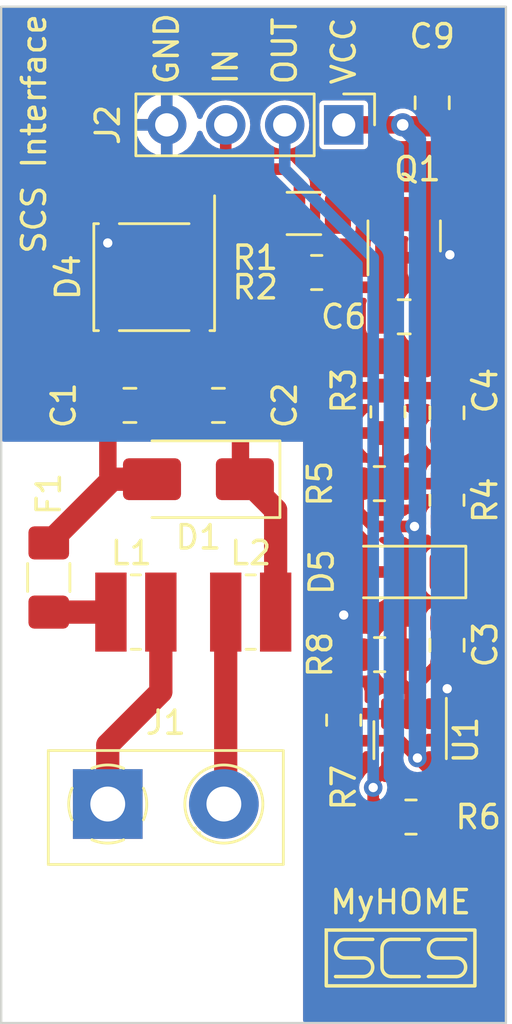
<source format=kicad_pcb>
(kicad_pcb (version 20221018) (generator pcbnew)
  (layers (0 "F.Cu" signal) (31 "B.Cu" signal) (34 "B.Paste" user) (35 "F.Paste" user) (36 "B.SilkS" user "B.Silkscreen") (37 "F.SilkS" user "F.Silkscreen") (38 "B.Mask" user) (39 "F.Mask" user) (44 "Edge.Cuts" user))
  (net 0 "")
  (net 1 "Net-(D1-A2)")
  (net 2 "GND")
  (net 3 "Net-(D1-A1)")
  (net 4 "SCS_BUS_CC")
  (net 5 "Net-(D5-K)")
  (net 6 "SCS_OUT")
  (net 7 "Net-(Q1-B)")
  (net 8 "+3V3")
  (net 9 "Net-(F1-Pad1)")
  (net 10 "Net-(J1-Pin_1)")
  (net 11 "Net-(J1-Pin_2)")
  (net 12 "SCS_IN")
  (net 13 "Net-(Q1-C)")
  (net 14 "Net-(C4-Pad2)")
  (net 15 "Net-(U1-+)")
  (footprint "Resistor_SMD:R_0805_2012Metric" (layer "F.Cu") (at 160.655 51.7125 -90)
    (fp_text reference "R3" (at -0.9125 1.905 -90) (layer "F.SilkS"))
    (fp_text value "56k")
    (fp_line (start -0.227064 -0.735) (end 0.227064 -0.735) (stroke (width 0.12)) (layer "F.SilkS"))
    (fp_line (start -0.227064 0.735) (end 0.227064 0.735) (stroke (width 0.12)) (layer "F.SilkS"))
    (pad "1" smd roundrect (at -0.9125 0 270) (size 1.025 1.4) (layers "F.Cu" "F.Paste" "F.Mask") (roundrect_rratio 0.243902439) (net 4 "SCS_BUS_CC"))
    (pad "2" smd roundrect (at 0.9125 0 270) (size 1.025 1.4) (layers "F.Cu" "F.Paste" "F.Mask") (roundrect_rratio 0.243902439) (net 2 "GND"))
  )
  (footprint "Capacitor_SMD:C_0805_2012Metric" (layer "F.Cu") (at 153.355 51.435)
    (fp_text reference "C2" (at 2.855 0 90) (layer "F.SilkS"))
    (fp_text value "30p")
    (fp_line (start -0.261252 -0.735) (end 0.261252 -0.735) (stroke (width 0.12)) (layer "F.SilkS"))
    (fp_line (start -0.261252 0.735) (end 0.261252 0.735) (stroke (width 0.12)) (layer "F.SilkS"))
    (pad "1" smd roundrect (at -0.95 0) (size 1 1.45) (layers "F.Cu" "F.Paste" "F.Mask") (net 2 "GND"))
    (pad "2" smd roundrect (at 0.95 0) (size 1 1.45) (layers "F.Cu" "F.Paste" "F.Mask") (net 3 "Net-(D1-A1)"))
  )
  (footprint "Inductor_SMD:L_Wuerth_MAPI-3020" (layer "F.Cu") (at 154.745 60.325)
    (fp_text reference "L2" (at 0 -2.54) (layer "F.SilkS"))
    (fp_text value "4.3µ")
    (fp_line (start -0.2 -1.6) (end 0.2 -1.6) (stroke (width 0.12)) (layer "F.SilkS"))
    (fp_line (start -0.2 1.6) (end 0.2 1.6) (stroke (width 0.12)) (layer "F.SilkS"))
    (pad "1" smd rect (at -1.075 0) (size 1.35 3.4) (layers "F.Cu" "F.Paste" "F.Mask") (net 11 "Net-(J1-Pin_2)"))
    (pad "2" smd rect (at 1.075 0) (size 1.35 3.4) (layers "F.Cu" "F.Paste" "F.Mask") (net 3 "Net-(D1-A1)"))
  )
  (footprint "Resistor_SMD:R_0805_2012Metric" (layer "F.Cu") (at 160.2975 62.155 180)
    (fp_text reference "R8" (at 2.5635 0 90) (layer "F.SilkS"))
    (fp_text value "10k")
    (fp_line (start -0.227064 -0.735) (end 0.227064 -0.735) (stroke (width 0.12)) (layer "F.SilkS"))
    (fp_line (start -0.227064 0.735) (end 0.227064 0.735) (stroke (width 0.12)) (layer "F.SilkS"))
    (pad "1" smd roundrect (at -0.9125 0 180) (size 1.025 1.4) (layers "F.Cu" "F.Paste" "F.Mask") (roundrect_rratio 0.243902) (net 2 "GND"))
    (pad "2" smd roundrect (at 0.9125 0 180) (size 1.025 1.4) (layers "F.Cu" "F.Paste" "F.Mask") (roundrect_rratio 0.243902) (net 15 "Net-(U1-+)"))
  )
  (footprint "Package_TO_SOT_SMD:SOT-23" (layer "F.Cu") (at 161.355 44.1475 90)
    (fp_text reference "Q1" (at 2.8725 0.57) (layer "F.SilkS"))
    (fp_text value "MMBTA06")
    (fp_line (start 0 -1.56) (end -1.675 -1.56) (stroke (width 0.12)) (layer "F.SilkS"))
    (fp_line (start 0 -1.56) (end 0.65 -1.56) (stroke (width 0.12)) (layer "F.SilkS"))
    (fp_line (start 0 1.56) (end -0.65 1.56) (stroke (width 0.12)) (layer "F.SilkS"))
    (fp_line (start 0 1.56) (end 0.65 1.56) (stroke (width 0.12)) (layer "F.SilkS"))
    (pad "1" smd roundrect (at -0.9375 -0.95 90) (size 1.475 0.6) (layers "F.Cu" "F.Paste" "F.Mask") (net 7 "Net-(Q1-B)"))
    (pad "2" smd roundrect (at -0.9375 0.95 90) (size 1.475 0.6) (layers "F.Cu" "F.Paste" "F.Mask") (net 2 "GND"))
    (pad "3" smd roundrect (at 0.9375 0 90) (size 1.475 0.6) (layers "F.Cu" "F.Paste" "F.Mask") (net 13 "Net-(Q1-C)"))
  )
  (footprint "Resistor_SMD:R_0805_2012Metric" (layer "F.Cu") (at 161.6475 69.14)
    (fp_text reference "R6" (at 2.8975 0) (layer "F.SilkS"))
    (fp_text value "10k")
    (fp_line (start -0.227064 -0.735) (end 0.227064 -0.735) (stroke (width 0.12)) (layer "F.SilkS"))
    (fp_line (start -0.227064 0.735) (end 0.227064 0.735) (stroke (width 0.12)) (layer "F.SilkS"))
    (pad "1" smd roundrect (at -0.9125 0) (size 1.025 1.4) (layers "F.Cu" "F.Paste" "F.Mask") (roundrect_rratio 0.243902439) (net 6 "SCS_OUT"))
    (pad "2" smd roundrect (at 0.9125 0) (size 1.025 1.4) (layers "F.Cu" "F.Paste" "F.Mask") (roundrect_rratio 0.243902439) (net 8 "+3V3"))
  )
  (footprint "TerminalBlock_Phoenix:TerminalBlock_Phoenix_MKDS-1,5-2_1x02_P5.00mm_Horizontal_PNP" (layer "F.Cu") (at 148.59 68.58)
    (fp_text reference "J1" (at 2.5 -3.5) (layer "F.SilkS"))
    (fp_text value "SCS")
    (fp_line (start -2.56 -2.301) (end -2.56 2.6) (stroke (width 0.12)) (layer "F.SilkS"))
    (fp_line (start -2.56 -2.301) (end 7.56 -2.301) (stroke (width 0.12)) (layer "F.SilkS"))
    (fp_line (start -2.56 2.6) (end 7.56 2.6) (stroke (width 0.12)) (layer "F.SilkS"))
    (fp_line (start 3.773 1.023) (end 3.726 1.069) (stroke (width 0.12)) (layer "F.SilkS"))
    (fp_line (start 3.966 1.239) (end 3.931 1.274) (stroke (width 0.12)) (layer "F.SilkS"))
    (fp_line (start 6.07 -1.275) (end 6.035 -1.239) (stroke (width 0.12)) (layer "F.SilkS"))
    (fp_line (start 6.275 -1.069) (end 6.228 -1.023) (stroke (width 0.12)) (layer "F.SilkS"))
    (fp_line (start 7.56 -2.301) (end 7.56 2.6) (stroke (width 0.12)) (layer "F.SilkS"))
    (fp_arc (start -1.535427 0.683042) (mid -1.680501 -0.000524) (end -1.535 -0.684) (stroke (width 0.12)) (layer "F.SilkS"))
    (fp_arc (start -0.683042 -1.535427) (mid 0.000524 -1.680501) (end 0.684 -1.535) (stroke (width 0.12)) (layer "F.SilkS"))
    (fp_arc (start 0.028805 1.680253) (mid -0.335551 1.646659) (end -0.684 1.535) (stroke (width 0.12)) (layer "F.SilkS"))
    (fp_arc (start 0.683318 1.534756) (mid 0.349292 1.643288) (end 0 1.68) (stroke (width 0.12)) (layer "F.SilkS"))
    (fp_arc (start 1.535427 -0.683042) (mid 1.680501 0.000524) (end 1.535 0.684) (stroke (width 0.12)) (layer "F.SilkS"))
    (fp_circle (center 5 0) (end 6.68 0) (stroke (width 0.12)) (fill none) (layer "F.SilkS"))
    (pad "1" thru_hole rect (at 0 0) (size 3 3) (drill 1.5) (layers "*.Cu" "*.Mask") (net 10 "Net-(J1-Pin_1)"))
    (pad "2" thru_hole circle (at 5 0) (size 3 3) (drill 1.5) (layers "*.Cu" "*.Mask") (net 11 "Net-(J1-Pin_2)"))
  )
  (footprint "Capacitor_SMD:C_0805_2012Metric" (layer "F.Cu") (at 163.195 51.755 -90)
    (fp_text reference "C4" (at -0.955 -1.651 90) (layer "F.SilkS"))
    (fp_text value "100n")
    (fp_line (start -0.261252 -0.735) (end 0.261252 -0.735) (stroke (width 0.12)) (layer "F.SilkS"))
    (fp_line (start -0.261252 0.735) (end 0.261252 0.735) (stroke (width 0.12)) (layer "F.SilkS"))
    (pad "1" smd roundrect (at -0.95 0 270) (size 1 1.45) (layers "F.Cu" "F.Paste" "F.Mask") (net 4 "SCS_BUS_CC"))
    (pad "2" smd roundrect (at 0.95 0 270) (size 1 1.45) (layers "F.Cu" "F.Paste" "F.Mask") (net 14 "Net-(C4-Pad2)"))
  )
  (footprint "Capacitor_SMD:C_0805_2012Metric" (layer "F.Cu") (at 149.545 51.435)
    (fp_text reference "C1" (at -2.855 0 90) (layer "F.SilkS"))
    (fp_text value "30p")
    (fp_line (start -0.261252 -0.735) (end 0.261252 -0.735) (stroke (width 0.12)) (layer "F.SilkS"))
    (fp_line (start -0.261252 0.735) (end 0.261252 0.735) (stroke (width 0.12)) (layer "F.SilkS"))
    (pad "1" smd roundrect (at -0.95 0) (size 1 1.45) (layers "F.Cu" "F.Paste" "F.Mask") (net 1 "Net-(D1-A2)"))
    (pad "2" smd roundrect (at 0.95 0) (size 1 1.45) (layers "F.Cu" "F.Paste" "F.Mask") (net 2 "GND"))
  )
  (footprint "Capacitor_SMD:C_0805_2012Metric" (layer "F.Cu") (at 162.56 38.42 -90)
    (fp_text reference "C9" (at -2.86 0 -180) (layer "F.SilkS"))
    (fp_text value "22µ")
    (fp_line (start -0.261252 -0.735) (end 0.261252 -0.735) (stroke (width 0.12)) (layer "F.SilkS"))
    (fp_line (start -0.261252 0.735) (end 0.261252 0.735) (stroke (width 0.12)) (layer "F.SilkS"))
    (pad "1" smd roundrect (at -0.95 0 270) (size 1 1.45) (layers "F.Cu" "F.Paste" "F.Mask") (net 2 "GND"))
    (pad "2" smd roundrect (at 0.95 0 270) (size 1 1.45) (layers "F.Cu" "F.Paste" "F.Mask") (net 8 "+3V3"))
  )
  (footprint "Connector_PinHeader_2.54mm:PinHeader_1x04_P2.54mm_Vertical" (layer "F.Cu") (at 158.75 39.37 -90)
    (fp_text reference "J2" (at 0 10.16 90) (layer "F.SilkS"))
    (fp_text value "Conn_01x04")
    (fp_line (start -1.33 -1.33) (end 0 -1.33) (stroke (width 0.12)) (layer "F.SilkS"))
    (fp_line (start -1.33 0) (end -1.33 -1.33) (stroke (width 0.12)) (layer "F.SilkS"))
    (fp_line (start -1.33 1.27) (end -1.33 8.95) (stroke (width 0.12)) (layer "F.SilkS"))
    (fp_line (start -1.33 1.27) (end 1.33 1.27) (stroke (width 0.12)) (layer "F.SilkS"))
    (fp_line (start -1.33 8.95) (end 1.33 8.95) (stroke (width 0.12)) (layer "F.SilkS"))
    (fp_line (start 1.33 1.27) (end 1.33 8.95) (stroke (width 0.12)) (layer "F.SilkS"))
    (pad "1" thru_hole rect (at 0 0 270) (size 1.7 1.7) (drill 1) (layers "*.Cu" "*.Mask") (net 8 "+3V3"))
    (pad "2" thru_hole oval (at 0 2.54 270) (size 1.7 1.7) (drill 1) (layers "*.Cu" "*.Mask") (net 6 "SCS_OUT"))
    (pad "3" thru_hole oval (at 0 5.08 270) (size 1.7 1.7) (drill 1) (layers "*.Cu" "*.Mask") (net 12 "SCS_IN"))
    (pad "4" thru_hole oval (at 0 7.62 270) (size 1.7 1.7) (drill 1) (layers "*.Cu" "*.Mask") (net 2 "GND"))
  )
  (footprint "Resistor_SMD:R_1206_3216Metric" (layer "F.Cu") (at 157.0375 43.18)
    (fp_text reference "R1" (at -2.0975 1.905 180) (layer "F.SilkS"))
    (fp_text value "100 1/4W")
    (fp_line (start -0.727064 -0.91) (end 0.727064 -0.91) (stroke (width 0.12)) (layer "F.SilkS"))
    (fp_line (start -0.727064 0.91) (end 0.727064 0.91) (stroke (width 0.12)) (layer "F.SilkS"))
    (pad "1" smd roundrect (at -1.4625 0) (size 1.125 1.75) (layers "F.Cu" "F.Paste" "F.Mask") (roundrect_rratio 0.2222222222) (net 4 "SCS_BUS_CC"))
    (pad "2" smd roundrect (at 1.4625 0) (size 1.125 1.75) (layers "F.Cu" "F.Paste" "F.Mask") (roundrect_rratio 0.2222222222) (net 13 "Net-(Q1-C)"))
  )
  (footprint "Package_TO_SOT_SMD:SOT-23-5" (layer "F.Cu") (at 161.61 65.8325 -90)
    (fp_text reference "U1" (at 0 -2.4 90) (layer "F.SilkS"))
    (fp_text value "LM397")
    (fp_line (start 0 -1.56) (end -1.8 -1.56) (stroke (width 0.12)) (layer "F.SilkS"))
    (fp_line (start 0 -1.56) (end 0.8 -1.56) (stroke (width 0.12)) (layer "F.SilkS"))
    (fp_line (start 0 1.56) (end -0.8 1.56) (stroke (width 0.12)) (layer "F.SilkS"))
    (fp_line (start 0 1.56) (end 0.8 1.56) (stroke (width 0.12)) (layer "F.SilkS"))
    (pad "1" smd roundrect (at -1.1375 -0.95 270) (size 1.325 0.6) (layers "F.Cu" "F.Paste" "F.Mask") (net 5 "Net-(D5-K)"))
    (pad "2" smd roundrect (at -1.1375 0 270) (size 1.325 0.6) (layers "F.Cu" "F.Paste" "F.Mask") (net 2 "GND"))
    (pad "3" smd roundrect (at -1.1375 0.95 270) (size 1.325 0.6) (layers "F.Cu" "F.Paste" "F.Mask") (net 15 "Net-(U1-+)"))
    (pad "4" smd roundrect (at 1.1375 0.95 270) (size 1.325 0.6) (layers "F.Cu" "F.Paste" "F.Mask") (net 6 "SCS_OUT"))
    (pad "5" smd roundrect (at 1.1375 -0.95 270) (size 1.325 0.6) (layers "F.Cu" "F.Paste" "F.Mask") (net 8 "+3V3"))
  )
  (footprint "Resistor_SMD:R_0805_2012Metric" (layer "F.Cu") (at 157.5875 45.72)
    (fp_text reference "R2" (at -2.6475 0.635) (layer "F.SilkS"))
    (fp_text value "1k")
    (fp_line (start -0.227064 -0.735) (end 0.227064 -0.735) (stroke (width 0.12)) (layer "F.SilkS"))
    (fp_line (start -0.227064 0.735) (end 0.227064 0.735) (stroke (width 0.12)) (layer "F.SilkS"))
    (pad "1" smd roundrect (at -0.9125 0) (size 1.025 1.4) (layers "F.Cu" "F.Paste" "F.Mask") (roundrect_rratio 0.243902439) (net 12 "SCS_IN"))
    (pad "2" smd roundrect (at 0.9125 0) (size 1.025 1.4) (layers "F.Cu" "F.Paste" "F.Mask") (roundrect_rratio 0.243902439) (net 7 "Net-(Q1-B)"))
  )
  (footprint "Diode_SMD:D_MiniMELF" (layer "F.Cu") (at 161.35 58.6 180)
    (fp_text reference "D5" (at 3.55 0 90) (layer "F.SilkS"))
    (fp_text value "FDLL4148")
    (fp_line (start -2.66 -1.11) (end -2.66 1.11) (stroke (width 0.12)) (layer "F.SilkS"))
    (fp_line (start -2.66 1.11) (end 1.75 1.11) (stroke (width 0.12)) (layer "F.SilkS"))
    (fp_line (start 1.75 -1.11) (end -2.66 -1.11) (stroke (width 0.12)) (layer "F.SilkS"))
    (pad "1" smd roundrect (at -1.75 0 180) (size 1.3 1.7) (layers "F.Cu" "F.Paste" "F.Mask") (roundrect_rratio 0.1923076923) (net 5 "Net-(D5-K)"))
    (pad "2" smd roundrect (at 1.75 0 180) (size 1.3 1.7) (layers "F.Cu" "F.Paste" "F.Mask") (roundrect_rratio 0.1923076923) (net 2 "GND"))
  )
  (footprint "Resistor_SMD:R_0805_2012Metric" (layer "F.Cu") (at 160.2875 54.8 180)
    (fp_text reference "R5" (at 2.5635 0 90) (layer "F.SilkS"))
    (fp_text value "10k")
    (fp_line (start -0.227064 -0.735) (end 0.227064 -0.735) (stroke (width 0.12)) (layer "F.SilkS"))
    (fp_line (start -0.227064 0.735) (end 0.227064 0.735) (stroke (width 0.12)) (layer "F.SilkS"))
    (pad "1" smd roundrect (at -0.9125 0 180) (size 1.025 1.4) (layers "F.Cu" "F.Paste" "F.Mask") (roundrect_rratio 0.243902439) (net 14 "Net-(C4-Pad2)"))
    (pad "2" smd roundrect (at 0.9125 0 180) (size 1.025 1.4) (layers "F.Cu" "F.Paste" "F.Mask") (roundrect_rratio 0.243902439) (net 8 "+3V3"))
  )
  (footprint "Inductor_SMD:L_Wuerth_MAPI-3020" (layer "F.Cu") (at 149.801 60.325 180)
    (fp_text reference "L1" (at 0.195 2.54) (layer "F.SilkS"))
    (fp_text value "4.3µ")
    (fp_line (start -0.2 -1.6) (end 0.2 -1.6) (stroke (width 0.12)) (layer "F.SilkS"))
    (fp_line (start -0.2 1.6) (end 0.2 1.6) (stroke (width 0.12)) (layer "F.SilkS"))
    (pad "1" smd rect (at -1.075 0 180) (size 1.35 3.4) (layers "F.Cu" "F.Paste" "F.Mask") (net 10 "Net-(J1-Pin_1)"))
    (pad "2" smd rect (at 1.075 0 180) (size 1.35 3.4) (layers "F.Cu" "F.Paste" "F.Mask") (net 9 "Net-(F1-Pad1)"))
  )
  (footprint "Capacitor_SMD:C_0805_2012Metric" (layer "F.Cu") (at 161.355 47.625 180)
    (fp_text reference "C6" (at 2.605 0) (layer "F.SilkS"))
    (fp_text value "1n")
    (fp_line (start -0.261252 -0.735) (end 0.261252 -0.735) (stroke (width 0.12)) (layer "F.SilkS"))
    (fp_line (start -0.261252 0.735) (end 0.261252 0.735) (stroke (width 0.12)) (layer "F.SilkS"))
    (pad "1" smd roundrect (at -0.95 0 180) (size 1 1.45) (layers "F.Cu" "F.Paste" "F.Mask") (net 2 "GND"))
    (pad "2" smd roundrect (at 0.95 0 180) (size 1 1.45) (layers "F.Cu" "F.Paste" "F.Mask") (net 7 "Net-(Q1-B)"))
  )
  (footprint "Capacitor_SMD:C_0805_2012Metric" (layer "F.Cu") (at 163.2 61.75 90)
    (fp_text reference "C3" (at 0.028 1.646 270) (layer "F.SilkS"))
    (fp_text value "13p (OPT)")
    (fp_line (start -0.261252 -0.735) (end 0.261252 -0.735) (stroke (width 0.12)) (layer "F.SilkS"))
    (fp_line (start -0.261252 0.735) (end 0.261252 0.735) (stroke (width 0.12)) (layer "F.SilkS"))
    (pad "1" smd roundrect (at -0.95 0 90) (size 1 1.45) (layers "F.Cu" "F.Paste" "F.Mask") (net 2 "GND"))
    (pad "2" smd roundrect (at 0.95 0 90) (size 1 1.45) (layers "F.Cu" "F.Paste" "F.Mask") (net 5 "Net-(D5-K)"))
  )
  (footprint "Diode_SMD:D_SMA" (layer "F.Cu") (at 152.495 54.61 180)
    (fp_text reference "D1" (at 0 -2.5 180) (layer "F.SilkS"))
    (fp_text value "P4SMA39CA")
    (fp_line (start -3.51 -1.65) (end -3.51 1.65) (stroke (width 0.12)) (layer "F.SilkS"))
    (fp_line (start -3.51 -1.65) (end 2 -1.65) (stroke (width 0.12)) (layer "F.SilkS"))
    (fp_line (start -3.51 1.65) (end 2 1.65) (stroke (width 0.12)) (layer "F.SilkS"))
    (pad "1" smd roundrect (at -2 0 180) (size 2.5 1.8) (layers "F.Cu" "F.Paste" "F.Mask") (roundrect_rratio 0.1388888889) (net 3 "Net-(D1-A1)"))
    (pad "2" smd roundrect (at 2 0 180) (size 2.5 1.8) (layers "F.Cu" "F.Paste" "F.Mask") (roundrect_rratio 0.1388888889) (net 1 "Net-(D1-A2)"))
  )
  (footprint "Fuse:Fuse_1206_3216Metric_Pad1.42x1.75mm_HandSolder" (layer "F.Cu") (at 146.05 58.8375 90)
    (fp_text reference "F1" (at 3.5925 0 90) (layer "F.SilkS"))
    (fp_text value "1A")
    (fp_line (start -0.602064 -0.91) (end 0.602064 -0.91) (stroke (width 0.12)) (layer "F.SilkS"))
    (fp_line (start -0.602064 0.91) (end 0.602064 0.91) (stroke (width 0.12)) (layer "F.SilkS"))
    (pad "1" smd roundrect (at -1.4875 0 90) (size 1.425 1.75) (layers "F.Cu" "F.Paste" "F.Mask") (roundrect_rratio 0.1754392982) (net 9 "Net-(F1-Pad1)"))
    (pad "2" smd roundrect (at 1.4875 0 90) (size 1.425 1.75) (layers "F.Cu" "F.Paste" "F.Mask") (roundrect_rratio 0.1754392982) (net 1 "Net-(D1-A2)"))
  )
  (footprint "Resistor_SMD:R_0805_2012Metric" (layer "F.Cu") (at 158.75 64.9725 -90)
    (fp_text reference "R7" (at 2.8975 0 90) (layer "F.SilkS"))
    (fp_text value "20k")
    (fp_line (start -0.227064 -0.735) (end 0.227064 -0.735) (stroke (width 0.12)) (layer "F.SilkS"))
    (fp_line (start -0.227064 0.735) (end 0.227064 0.735) (stroke (width 0.12)) (layer "F.SilkS"))
    (pad "1" smd roundrect (at -0.9125 0 270) (size 1.025 1.4) (layers "F.Cu" "F.Paste" "F.Mask") (roundrect_rratio 0.243902) (net 15 "Net-(U1-+)"))
    (pad "2" smd roundrect (at 0.9125 0 270) (size 1.025 1.4) (layers "F.Cu" "F.Paste" "F.Mask") (roundrect_rratio 0.243902) (net 8 "+3V3"))
  )
  (footprint "Diode_SMD:Diode_Bridge_Diotec_ABS" (layer "F.Cu") (at 150.59 45.92 -90)
    (fp_text reference "D4" (at 0 3.715 90) (layer "F.SilkS"))
    (fp_text value "ABS2")
    (fp_line (start -2.3 1.5) (end -2.3 -1.5) (stroke (width 0.12)) (layer "F.SilkS"))
    (fp_line (start -2.3 2.6) (end -2.3 2.4) (stroke (width 0.12)) (layer "F.SilkS"))
    (fp_line (start 2.3 -2.6) (end -3.5 -2.6) (stroke (width 0.12)) (layer "F.SilkS"))
    (fp_line (start 2.3 -2.4) (end 2.3 -2.6) (stroke (width 0.12)) (layer "F.SilkS"))
    (fp_line (start 2.3 -1.5) (end 2.3 1.5) (stroke (width 0.12)) (layer "F.SilkS"))
    (fp_line (start 2.3 2.4) (end 2.3 2.6) (stroke (width 0.12)) (layer "F.SilkS"))
    (fp_line (start 2.3 2.6) (end -2.3 2.6) (stroke (width 0.12)) (layer "F.SilkS"))
    (pad "1" smd rect (at -2.975 -2 270) (size 1 0.7) (layers "F.Cu" "F.Paste" "F.Mask") (net 4 "SCS_BUS_CC"))
    (pad "2" smd rect (at -2.975 2 270) (size 1 0.7) (layers "F.Cu" "F.Paste" "F.Mask") (net 2 "GND"))
    (pad "3" smd rect (at 2.975 2 270) (size 1 0.7) (layers "F.Cu" "F.Paste" "F.Mask") (net 1 "Net-(D1-A2)"))
    (pad "4" smd rect (at 2.975 -2 270) (size 1 0.7) (layers "F.Cu" "F.Paste" "F.Mask") (net 3 "Net-(D1-A1)"))
  )
  (footprint "Resistor_SMD:R_0805_2012Metric" (layer "F.Cu") (at 163.195 55.5125 -90)
    (fp_text reference "R4" (at 0 -1.65 90) (layer "F.SilkS"))
    (fp_text value "10k")
    (fp_line (start -0.227064 -0.735) (end 0.227064 -0.735) (stroke (width 0.12)) (layer "F.SilkS"))
    (fp_line (start -0.227064 0.735) (end 0.227064 0.735) (stroke (width 0.12)) (layer "F.SilkS"))
    (pad "1" smd roundrect (at -0.9125 0 270) (size 1.025 1.4) (layers "F.Cu" "F.Paste" "F.Mask") (roundrect_rratio 0.243902439) (net 14 "Net-(C4-Pad2)"))
    (pad "2" smd roundrect (at 0.9125 0 270) (size 1.025 1.4) (layers "F.Cu" "F.Paste" "F.Mask") (roundrect_rratio 0.243902439) (net 5 "Net-(D5-K)"))
  )
  (gr_line (start 160.4 74.8) (end 160.4 75.6) (stroke (width 0.15)) (layer "F.SilkS"))
  (gr_line (start 160.8 74.4) (end 162 74.4) (stroke (width 0.15)) (layer "F.SilkS"))
  (gr_arc (start 162.8 75.2) (mid 162.4 74.8) (end 162.8 74.4) (stroke (width 0.15)) (layer "F.SilkS"))
  (gr_line (start 160.8 76) (end 162 76) (stroke (width 0.15)) (layer "F.SilkS"))
  (gr_arc (start 160.4 74.8) (mid 160.517157 74.517157) (end 160.8 74.4) (stroke (width 0.15)) (layer "F.SilkS"))
  (gr_line (start 158.8 74.4) (end 160 74.4) (stroke (width 0.15)) (layer "F.SilkS"))
  (gr_rect (start 158 74) (end 164.4 76.4) (stroke (width 0.15)) (fill none) (layer "F.SilkS"))
  (gr_line (start 163.6 76) (end 162.4 76) (stroke (width 0.15)) (layer "F.SilkS"))
  (gr_arc (start 158.8 75.2) (mid 158.4 74.8) (end 158.8 74.4) (stroke (width 0.15)) (layer "F.SilkS"))
  (gr_line (start 162.8 75.2) (end 163.6 75.2) (stroke (width 0.15)) (layer "F.SilkS"))
  (gr_arc (start 159.6 75.2) (mid 160 75.6) (end 159.6 76) (stroke (width 0.15)) (layer "F.SilkS"))
  (gr_arc (start 160.8 76) (mid 160.517157 75.882843) (end 160.4 75.6) (stroke (width 0.15)) (layer "F.SilkS"))
  (gr_line (start 159.6 76) (end 158.4 76) (stroke (width 0.15)) (layer "F.SilkS"))
  (gr_arc (start 163.6 75.2) (mid 164 75.6) (end 163.6 76) (stroke (width 0.15)) (layer "F.SilkS"))
  (gr_line (start 158.8 75.2) (end 159.6 75.2) (stroke (width 0.15)) (layer "F.SilkS"))
  (gr_line (start 162.8 74.4) (end 164 74.4) (stroke (width 0.15)) (layer "F.SilkS"))
  (gr_rect (start 144 34.29) (end 165.735 78) (stroke (width 0.1)) (fill none) (layer "Edge.Cuts"))
  (gr_text "IN" (at 153.67 37.719 90) (layer "F.SilkS") (effects (font (size 1 1)) (justify left)))
  (gr_text "GND" (at 151.13 37.719 90) (layer "F.SilkS") (effects (font (size 1 1)) (justify left)))
  (gr_text "VCC" (at 158.75 37.719 90) (layer "F.SilkS") (effects (font (size 1 1)) (justify left)))
  (gr_text "OUT" (at 156.21 37.719 90) (layer "F.SilkS") (effects (font (size 1 1)) (justify left)))
  (gr_text "MyHOME" (at 161.2 72.8) (layer "F.SilkS") (effects (font (size 1 1))))
  (gr_text "SCS Interface" (at 145.415 45 90) (layer "F.SilkS") (effects (font (size 1 1)) (justify left)))
  (segment (start 148.595 51.435) (end 148.595 54.415) (width 0.75) (layer "F.Cu") (net 1))
  (segment (start 148.79 54.61) (end 146.05 57.35) (width 1) (layer "F.Cu") (net 1))
  (segment (start 150.495 54.61) (end 148.79 54.61) (width 1) (layer "F.Cu") (net 1))
  (segment (start 148.595 51.435) (end 148.595 48.9) (width 0.75) (layer "F.Cu") (net 1))
  (segment (start 148.595 48.9) (end 148.59 48.895) (width 0.75) (layer "F.Cu") (net 1))
  (segment (start 148.595 54.415) (end 148.79 54.61) (width 0.75) (layer "F.Cu") (net 1))
  (segment (start 163.2 62.7) (end 162.655 62.7) (width 0.5) (layer "F.Cu") (net 2))
  (segment (start 161.21 63.345) (end 161.21 62.155) (width 0.5) (layer "F.Cu") (net 2))
  (segment (start 162.655 62.7) (end 161.61 63.745) (width 0.5) (layer "F.Cu") (net 2))
  (segment (start 161.61 64.695) (end 161.61 63.745) (width 0.5) (layer "F.Cu") (net 2))
  (segment (start 161.61 63.745) (end 161.21 63.345) (width 0.5) (layer "F.Cu") (net 2))
  (segment (start 163.206633 63.621156) (end 163.2 63.614523) (width 0.5) (layer "F.Cu") (net 2))
  (segment (start 163.2 63.614523) (end 163.2 62.7) (width 0.5) (layer "F.Cu") (net 2))
  (via (at 163.322 44.958) (size 0.8) (drill 0.4) (layers "F.Cu" "B.Cu") (net 2))
  (via (at 158.75 60.452) (size 0.8) (drill 0.4) (layers "F.Cu" "B.Cu") (net 2))
  (via (at 163.206633 63.621156) (size 0.8) (drill 0.4) (layers "F.Cu" "B.Cu") (net 2))
  (via (at 148.59 44.45) (size 0.8) (drill 0.4) (layers "F.Cu" "B.Cu") (net 2))
  (segment (start 153.035 48.895) (end 154.305 50.165) (width 0.75) (layer "F.Cu") (net 3))
  (segment (start 152.59 48.895) (end 153.035 48.895) (width 0.75) (layer "F.Cu") (net 3))
  (segment (start 154.305 54.42) (end 154.495 54.61) (width 0.75) (layer "F.Cu") (net 3))
  (segment (start 154.495 54.61) (end 155.82 55.935) (width 1) (layer "F.Cu") (net 3))
  (segment (start 154.305 51.435) (end 154.305 54.42) (width 0.75) (layer "F.Cu") (net 3))
  (segment (start 155.82 55.935) (end 155.82 60.325) (width 1) (layer "F.Cu") (net 3))
  (segment (start 154.305 50.165) (end 154.305 51.435) (width 0.75) (layer "F.Cu") (net 3))
  (segment (start 154.305 46.99) (end 158.115 50.8) (width 0.75) (layer "F.Cu") (net 4))
  (segment (start 163.19 50.8) (end 163.195 50.805) (width 0.75) (layer "F.Cu") (net 4))
  (segment (start 155.34 42.945) (end 155.575 43.18) (width 0.75) (layer "F.Cu") (net 4))
  (segment (start 154.305 42.945) (end 154.305 46.99) (width 0.75) (layer "F.Cu") (net 4))
  (segment (start 158.115 50.8) (end 160.655 50.8) (width 0.75) (layer "F.Cu") (net 4))
  (segment (start 152.59 42.945) (end 154.305 42.945) (width 0.75) (layer "F.Cu") (net 4))
  (segment (start 160.655 50.8) (end 163.19 50.8) (width 0.75) (layer "F.Cu") (net 4))
  (segment (start 154.305 42.945) (end 155.34 42.945) (width 0.75) (layer "F.Cu") (net 4))
  (segment (start 163.1 58.6) (end 163.1 56.52) (width 0.5) (layer "F.Cu") (net 5))
  (segment (start 163.2 60.8) (end 163.2 58.7) (width 0.5) (layer "F.Cu") (net 5))
  (segment (start 162.56 64.695) (end 163.705 64.695) (width 0.5) (layer "F.Cu") (net 5))
  (segment (start 163.705 64.695) (end 164.6 63.8) (width 0.5) (layer "F.Cu") (net 5))
  (segment (start 164.6 62.2) (end 163.2 60.8) (width 0.5) (layer "F.Cu") (net 5))
  (segment (start 163.1 56.52) (end 163.195 56.425) (width 0.5) (layer "F.Cu") (net 5))
  (segment (start 163.2 58.7) (end 163.1 58.6) (width 0.5) (layer "F.Cu") (net 5))
  (segment (start 164.6 63.8) (end 164.6 62.2) (width 0.5) (layer "F.Cu") (net 5))
  (segment (start 160.02 68.425) (end 160.735 69.14) (width 0.5) (layer "F.Cu") (net 6))
  (segment (start 160.02 67.87) (end 160.02 68.425) (width 0.5) (layer "F.Cu") (net 6))
  (segment (start 160.02 67.87) (end 160.02 67.61) (width 0.5) (layer "F.Cu") (net 6))
  (segment (start 160.02 67.61) (end 160.66 66.97) (width 0.5) (layer "F.Cu") (net 6))
  (via (at 160.02 67.87) (size 0.8) (drill 0.4) (layers "F.Cu" "B.Cu") (net 6))
  (segment (start 156.21 41.275) (end 156.21 39.37) (width 0.5) (layer "B.Cu") (net 6))
  (segment (start 160.02 45.085) (end 156.21 41.275) (width 0.5) (layer "B.Cu") (net 6))
  (segment (start 160.02 45.085) (end 160.02 67.87) (width 0.5) (layer "B.Cu") (net 6))
  (segment (start 159.135 46.355) (end 158.5 45.72) (width 0.5) (layer "F.Cu") (net 7))
  (segment (start 160.405 46.355) (end 160.405 47.625) (width 0.5) (layer "F.Cu") (net 7))
  (segment (start 160.405 45.085) (end 160.405 46.355) (width 0.5) (layer "F.Cu") (net 7))
  (segment (start 160.405 46.355) (end 159.135 46.355) (width 0.5) (layer "F.Cu") (net 7))
  (segment (start 158.7775 65.8575) (end 158.75 65.885) (width 0.5) (layer "F.Cu") (net 8))
  (segment (start 161.1825 65.8575) (end 158.7775 65.8575) (width 0.5) (layer "F.Cu") (net 8))
  (segment (start 162.56 66.97) (end 162.56 69.14) (width 0.5) (layer "F.Cu") (net 8))
  (segment (start 159.375 55.997) (end 160.02 56.642) (width 0.5) (layer "F.Cu") (net 8))
  (segment (start 161.925 66.6) (end 161.1825 65.8575) (width 0.5) (layer "F.Cu") (net 8))
  (segment (start 158.75 39.37) (end 161.29 39.37) (width 0.75) (layer "F.Cu") (net 8))
  (segment (start 160.02 56.642) (end 161.798 56.642) (width 0.5) (layer "F.Cu") (net 8))
  (segment (start 162.295 66.97) (end 161.925 66.6) (width 0.5) (layer "F.Cu") (net 8))
  (segment (start 159.375 54.8) (end 159.375 55.997) (width 0.5) (layer "F.Cu") (net 8))
  (segment (start 161.29 39.37) (end 162.56 39.37) (width 0.75) (layer "F.Cu") (net 8))
  (segment (start 162.56 66.97) (end 162.295 66.97) (width 0.5) (layer "F.Cu") (net 8))
  (via (at 161.925 66.6) (size 0.8) (drill 0.4) (layers "F.Cu" "B.Cu") (net 8))
  (via (at 161.798 56.642) (size 0.8) (drill 0.4) (layers "F.Cu" "B.Cu") (net 8))
  (via (at 161.29 39.37) (size 1) (drill 0.5) (layers "F.Cu" "B.Cu") (net 8))
  (segment (start 161.798 56.642) (end 161.925 56.515) (width 0.75) (layer "B.Cu") (net 8))
  (segment (start 161.925 57.658) (end 161.925 66.6) (width 0.75) (layer "B.Cu") (net 8))
  (segment (start 161.925 55.372) (end 161.925 57.658) (width 0.75) (layer "B.Cu") (net 8))
  (segment (start 161.925 40.005) (end 161.29 39.37) (width 0.75) (layer "B.Cu") (net 8))
  (segment (start 161.925 55.372) (end 161.925 40.005) (width 0.75) (layer "B.Cu") (net 8))
  (segment (start 161.925 56.769) (end 161.925 57.658) (width 0.75) (layer "B.Cu") (net 8))
  (segment (start 161.925 56.515) (end 161.925 55.372) (width 0.75) (layer "B.Cu") (net 8))
  (segment (start 161.798 56.642) (end 161.925 56.769) (width 0.75) (layer "B.Cu") (net 8))
  (segment (start 148.726 60.325) (end 146.05 60.325) (width 1) (layer "F.Cu") (net 9))
  (segment (start 148.59 66.04) (end 148.59 68.58) (width 1) (layer "F.Cu") (net 10))
  (segment (start 150.876 60.325) (end 150.876 63.754) (width 1) (layer "F.Cu") (net 10))
  (segment (start 150.876 63.754) (end 148.59 66.04) (width 1) (layer "F.Cu") (net 10))
  (segment (start 153.67 60.325) (end 153.67 68.5) (width 1) (layer "F.Cu") (net 11))
  (segment (start 153.67 68.5) (end 153.59 68.58) (width 1) (layer "F.Cu") (net 11))
  (segment (start 156.845 45.085) (end 156.845 41.91) (width 0.5) (layer "F.Cu") (net 12))
  (segment (start 156.675 45.255) (end 156.845 45.085) (width 0.5) (layer "F.Cu") (net 12))
  (segment (start 156.845 41.91) (end 156.21 41.275) (width 0.5) (layer "F.Cu") (net 12))
  (segment (start 153.67 40.64) (end 153.67 39.37) (width 0.5) (layer "F.Cu") (net 12))
  (segment (start 154.305 41.275) (end 153.67 40.64) (width 0.5) (layer "F.Cu") (net 12))
  (segment (start 156.21 41.275) (end 154.305 41.275) (width 0.5) (layer "F.Cu") (net 12))
  (segment (start 156.675 45.72) (end 156.675 45.255) (width 0.5) (layer "F.Cu") (net 12))
  (segment (start 158.5 43.18) (end 161.325 43.18) (width 0.5) (layer "F.Cu") (net 13))
  (segment (start 161.325 43.18) (end 161.355 43.21) (width 0.5) (layer "F.Cu") (net 13))
  (segment (start 161.2 54.8) (end 162.995 54.8) (width 0.5) (layer "F.Cu") (net 14))
  (segment (start 162.995 54.8) (end 163.195 54.6) (width 0.5) (layer "F.Cu") (net 14))
  (segment (start 163.195 54.6) (end 163.195 52.705) (width 0.5) (layer "F.Cu") (net 14))
  (segment (start 158.75 62.79) (end 158.75 64.06) (width 0.5) (layer "F.Cu") (net 15))
  (segment (start 160.66 64.695) (end 159.385 64.695) (width 0.5) (layer "F.Cu") (net 15))
  (segment (start 159.385 62.155) (end 158.75 62.79) (width 0.5) (layer "F.Cu") (net 15))
  (segment (start 159.385 64.695) (end 158.75 64.06) (width 0.5) (layer "F.Cu") (net 15))
  (zone (net 2) (net_name "GND") (layers "F&B.Cu") (name "GND") (connect_pads (clearance 0)) (min_thickness 0.25) (fill yes (thermal_gap 0.5) (thermal_bridge_width 0.5))
    (polygon (pts (xy 144 34) (xy 166 34) (xy 166 78) (xy 144 78)))
  )
  (zone (net 0) (net_name "") (layers "F&B.Cu") (connect_pads (clearance 0)) (min_thickness 0.25)
    (keepout (tracks allowed) (vias allowed) (pads allowed) (copperpour not_allowed) (footprints allowed))
    (fill (thermal_gap 0.5) (thermal_bridge_width 0.5))
    (polygon (pts (xy 144 78) (xy 157 78) (xy 157 53) (xy 144 53)))
  )
)
</source>
